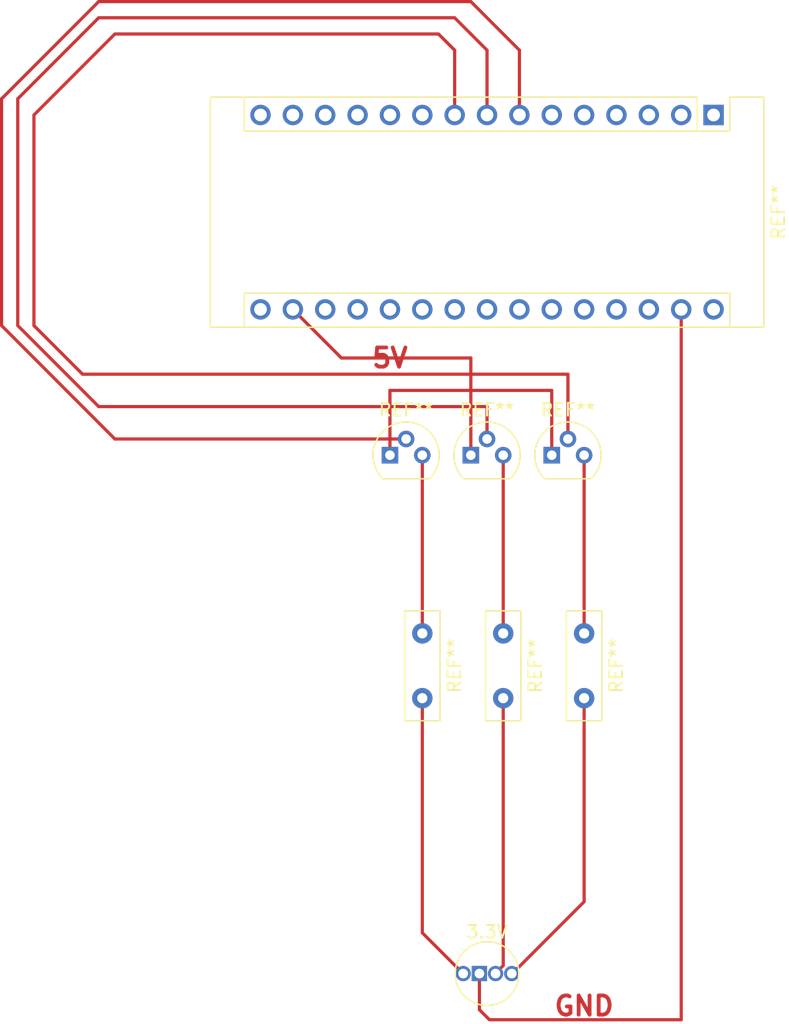
<source format=kicad_pcb>
(kicad_pcb (version 20171130) (host pcbnew "(5.1.12)-1")

  (general
    (thickness 1.6)
    (drawings 2)
    (tracks 46)
    (zones 0)
    (modules 8)
    (nets 1)
  )

  (page A4)
  (layers
    (0 F.Cu signal)
    (31 B.Cu signal)
    (32 B.Adhes user)
    (33 F.Adhes user)
    (34 B.Paste user)
    (35 F.Paste user)
    (36 B.SilkS user)
    (37 F.SilkS user)
    (38 B.Mask user)
    (39 F.Mask user)
    (40 Dwgs.User user)
    (41 Cmts.User user)
    (42 Eco1.User user)
    (43 Eco2.User user)
    (44 Edge.Cuts user)
    (45 Margin user)
    (46 B.CrtYd user)
    (47 F.CrtYd user)
    (48 B.Fab user)
    (49 F.Fab user)
  )

  (setup
    (last_trace_width 0.25)
    (trace_clearance 0.2)
    (zone_clearance 0.508)
    (zone_45_only no)
    (trace_min 0.2)
    (via_size 0.8)
    (via_drill 0.4)
    (via_min_size 0.4)
    (via_min_drill 0.3)
    (uvia_size 0.3)
    (uvia_drill 0.1)
    (uvias_allowed no)
    (uvia_min_size 0.2)
    (uvia_min_drill 0.1)
    (edge_width 0.05)
    (segment_width 0.2)
    (pcb_text_width 0.3)
    (pcb_text_size 1.5 1.5)
    (mod_edge_width 0.12)
    (mod_text_size 1 1)
    (mod_text_width 0.15)
    (pad_size 1.524 1.524)
    (pad_drill 0.762)
    (pad_to_mask_clearance 0)
    (aux_axis_origin 0 0)
    (visible_elements 7FFFFFFF)
    (pcbplotparams
      (layerselection 0x010fc_ffffffff)
      (usegerberextensions false)
      (usegerberattributes true)
      (usegerberadvancedattributes true)
      (creategerberjobfile true)
      (excludeedgelayer true)
      (linewidth 0.100000)
      (plotframeref false)
      (viasonmask false)
      (mode 1)
      (useauxorigin false)
      (hpglpennumber 1)
      (hpglpenspeed 20)
      (hpglpendiameter 15.000000)
      (psnegative false)
      (psa4output false)
      (plotreference true)
      (plotvalue true)
      (plotinvisibletext false)
      (padsonsilk false)
      (subtractmaskfromsilk false)
      (outputformat 1)
      (mirror false)
      (drillshape 1)
      (scaleselection 1)
      (outputdirectory ""))
  )

  (net 0 "")

  (net_class Default "This is the default net class."
    (clearance 0.2)
    (trace_width 0.25)
    (via_dia 0.8)
    (via_drill 0.4)
    (uvia_dia 0.3)
    (uvia_drill 0.1)
  )

  (module Module:Arduino_Nano_WithMountingHoles (layer F.Cu) (tedit 58ACAF99) (tstamp 61CBE547)
    (at 259.08 86.36 270)
    (descr "Arduino Nano, http://www.mouser.com/pdfdocs/Gravitech_Arduino_Nano3_0.pdf")
    (tags "Arduino Nano")
    (fp_text reference REF** (at 7.62 -5.08 90) (layer F.SilkS)
      (effects (font (size 1 1) (thickness 0.15)))
    )
    (fp_text value Arduino_Nano_WithMountingHoles (at 8.89 15.24) (layer F.Fab)
      (effects (font (size 1 1) (thickness 0.15)))
    )
    (fp_text user %R (at 6.35 16.51) (layer F.Fab)
      (effects (font (size 1 1) (thickness 0.15)))
    )
    (fp_line (start 1.27 1.27) (end 1.27 -1.27) (layer F.SilkS) (width 0.12))
    (fp_line (start 1.27 -1.27) (end -1.4 -1.27) (layer F.SilkS) (width 0.12))
    (fp_line (start -1.4 1.27) (end -1.4 39.5) (layer F.SilkS) (width 0.12))
    (fp_line (start -1.4 -3.94) (end -1.4 -1.27) (layer F.SilkS) (width 0.12))
    (fp_line (start 13.97 -1.27) (end 16.64 -1.27) (layer F.SilkS) (width 0.12))
    (fp_line (start 13.97 -1.27) (end 13.97 36.83) (layer F.SilkS) (width 0.12))
    (fp_line (start 13.97 36.83) (end 16.64 36.83) (layer F.SilkS) (width 0.12))
    (fp_line (start 1.27 1.27) (end -1.4 1.27) (layer F.SilkS) (width 0.12))
    (fp_line (start 1.27 1.27) (end 1.27 36.83) (layer F.SilkS) (width 0.12))
    (fp_line (start 1.27 36.83) (end -1.4 36.83) (layer F.SilkS) (width 0.12))
    (fp_line (start 3.81 31.75) (end 11.43 31.75) (layer F.Fab) (width 0.1))
    (fp_line (start 11.43 31.75) (end 11.43 41.91) (layer F.Fab) (width 0.1))
    (fp_line (start 11.43 41.91) (end 3.81 41.91) (layer F.Fab) (width 0.1))
    (fp_line (start 3.81 41.91) (end 3.81 31.75) (layer F.Fab) (width 0.1))
    (fp_line (start -1.4 39.5) (end 16.64 39.5) (layer F.SilkS) (width 0.12))
    (fp_line (start 16.64 39.5) (end 16.64 -3.94) (layer F.SilkS) (width 0.12))
    (fp_line (start 16.64 -3.94) (end -1.4 -3.94) (layer F.SilkS) (width 0.12))
    (fp_line (start 16.51 39.37) (end -1.27 39.37) (layer F.Fab) (width 0.1))
    (fp_line (start -1.27 39.37) (end -1.27 -2.54) (layer F.Fab) (width 0.1))
    (fp_line (start -1.27 -2.54) (end 0 -3.81) (layer F.Fab) (width 0.1))
    (fp_line (start 0 -3.81) (end 16.51 -3.81) (layer F.Fab) (width 0.1))
    (fp_line (start 16.51 -3.81) (end 16.51 39.37) (layer F.Fab) (width 0.1))
    (fp_line (start -1.53 -4.06) (end 16.75 -4.06) (layer F.CrtYd) (width 0.05))
    (fp_line (start -1.53 -4.06) (end -1.53 42.16) (layer F.CrtYd) (width 0.05))
    (fp_line (start 16.75 42.16) (end 16.75 -4.06) (layer F.CrtYd) (width 0.05))
    (fp_line (start 16.75 42.16) (end -1.53 42.16) (layer F.CrtYd) (width 0.05))
    (pad "" np_thru_hole circle (at 0 38.1 270) (size 1.78 1.78) (drill 1.78) (layers *.Cu *.Mask))
    (pad "" np_thru_hole circle (at 15.24 38.1 270) (size 1.78 1.78) (drill 1.78) (layers *.Cu *.Mask))
    (pad "" np_thru_hole circle (at 15.24 -2.54 270) (size 1.78 1.78) (drill 1.78) (layers *.Cu *.Mask))
    (pad "" np_thru_hole circle (at 0 -2.54 270) (size 1.78 1.78) (drill 1.78) (layers *.Cu *.Mask))
    (pad 16 thru_hole oval (at 15.24 35.56 270) (size 1.6 1.6) (drill 1) (layers *.Cu *.Mask))
    (pad 15 thru_hole oval (at 0 35.56 270) (size 1.6 1.6) (drill 1) (layers *.Cu *.Mask))
    (pad 30 thru_hole oval (at 15.24 0 270) (size 1.6 1.6) (drill 1) (layers *.Cu *.Mask))
    (pad 14 thru_hole oval (at 0 33.02 270) (size 1.6 1.6) (drill 1) (layers *.Cu *.Mask))
    (pad 29 thru_hole oval (at 15.24 2.54 270) (size 1.6 1.6) (drill 1) (layers *.Cu *.Mask))
    (pad 13 thru_hole oval (at 0 30.48 270) (size 1.6 1.6) (drill 1) (layers *.Cu *.Mask))
    (pad 28 thru_hole oval (at 15.24 5.08 270) (size 1.6 1.6) (drill 1) (layers *.Cu *.Mask))
    (pad 12 thru_hole oval (at 0 27.94 270) (size 1.6 1.6) (drill 1) (layers *.Cu *.Mask))
    (pad 27 thru_hole oval (at 15.24 7.62 270) (size 1.6 1.6) (drill 1) (layers *.Cu *.Mask))
    (pad 11 thru_hole oval (at 0 25.4 270) (size 1.6 1.6) (drill 1) (layers *.Cu *.Mask))
    (pad 26 thru_hole oval (at 15.24 10.16 270) (size 1.6 1.6) (drill 1) (layers *.Cu *.Mask))
    (pad 10 thru_hole oval (at 0 22.86 270) (size 1.6 1.6) (drill 1) (layers *.Cu *.Mask))
    (pad 25 thru_hole oval (at 15.24 12.7 270) (size 1.6 1.6) (drill 1) (layers *.Cu *.Mask))
    (pad 9 thru_hole oval (at 0 20.32 270) (size 1.6 1.6) (drill 1) (layers *.Cu *.Mask))
    (pad 24 thru_hole oval (at 15.24 15.24 270) (size 1.6 1.6) (drill 1) (layers *.Cu *.Mask))
    (pad 8 thru_hole oval (at 0 17.78 270) (size 1.6 1.6) (drill 1) (layers *.Cu *.Mask))
    (pad 23 thru_hole oval (at 15.24 17.78 270) (size 1.6 1.6) (drill 1) (layers *.Cu *.Mask))
    (pad 7 thru_hole oval (at 0 15.24 270) (size 1.6 1.6) (drill 1) (layers *.Cu *.Mask))
    (pad 22 thru_hole oval (at 15.24 20.32 270) (size 1.6 1.6) (drill 1) (layers *.Cu *.Mask))
    (pad 6 thru_hole oval (at 0 12.7 270) (size 1.6 1.6) (drill 1) (layers *.Cu *.Mask))
    (pad 21 thru_hole oval (at 15.24 22.86 270) (size 1.6 1.6) (drill 1) (layers *.Cu *.Mask))
    (pad 5 thru_hole oval (at 0 10.16 270) (size 1.6 1.6) (drill 1) (layers *.Cu *.Mask))
    (pad 20 thru_hole oval (at 15.24 25.4 270) (size 1.6 1.6) (drill 1) (layers *.Cu *.Mask))
    (pad 4 thru_hole oval (at 0 7.62 270) (size 1.6 1.6) (drill 1) (layers *.Cu *.Mask))
    (pad 19 thru_hole oval (at 15.24 27.94 270) (size 1.6 1.6) (drill 1) (layers *.Cu *.Mask))
    (pad 3 thru_hole oval (at 0 5.08 270) (size 1.6 1.6) (drill 1) (layers *.Cu *.Mask))
    (pad 18 thru_hole oval (at 15.24 30.48 270) (size 1.6 1.6) (drill 1) (layers *.Cu *.Mask))
    (pad 2 thru_hole oval (at 0 2.54 270) (size 1.6 1.6) (drill 1) (layers *.Cu *.Mask))
    (pad 17 thru_hole oval (at 15.24 33.02 270) (size 1.6 1.6) (drill 1) (layers *.Cu *.Mask))
    (pad 1 thru_hole rect (at 0 0 270) (size 1.6 1.6) (drill 1) (layers *.Cu *.Mask))
    (model ${KISYS3DMOD}/Module.3dshapes/Arduino_Nano_WithMountingHoles.wrl
      (at (xyz 0 0 0))
      (scale (xyz 1 1 1))
      (rotate (xyz 0 0 0))
    )
  )

  (module Resistor_THT:R_Box_L8.4mm_W2.5mm_P5.08mm (layer F.Cu) (tedit 5AE5139B) (tstamp 61CBD170)
    (at 248.92 127 270)
    (descr "Resistor, Box series, Radial, pin pitch=5.08mm, 0.5W = 1/2W, length*width=8.38*2.54mm^2, http://www.vishay.com/docs/60051/cns020.pdf")
    (tags "Resistor Box series Radial pin pitch 5.08mm 0.5W = 1/2W length 8.38mm width 2.54mm")
    (fp_text reference REF** (at 2.54 -2.52 90) (layer F.SilkS)
      (effects (font (size 1 1) (thickness 0.15)))
    )
    (fp_text value R_Box_L8.4mm_W2.5mm_P5.08mm (at 2.54 2.52 90) (layer F.Fab)
      (effects (font (size 1 1) (thickness 0.15)))
    )
    (fp_line (start -1.65 -1.27) (end -1.65 1.27) (layer F.Fab) (width 0.1))
    (fp_line (start -1.65 1.27) (end 6.73 1.27) (layer F.Fab) (width 0.1))
    (fp_line (start 6.73 1.27) (end 6.73 -1.27) (layer F.Fab) (width 0.1))
    (fp_line (start 6.73 -1.27) (end -1.65 -1.27) (layer F.Fab) (width 0.1))
    (fp_line (start -1.77 -1.39) (end 6.85 -1.39) (layer F.SilkS) (width 0.12))
    (fp_line (start -1.77 1.39) (end 6.85 1.39) (layer F.SilkS) (width 0.12))
    (fp_line (start -1.77 -1.39) (end -1.77 1.39) (layer F.SilkS) (width 0.12))
    (fp_line (start 6.85 -1.39) (end 6.85 1.39) (layer F.SilkS) (width 0.12))
    (fp_line (start -1.91 -1.52) (end -1.91 1.52) (layer F.CrtYd) (width 0.05))
    (fp_line (start -1.91 1.52) (end 6.98 1.52) (layer F.CrtYd) (width 0.05))
    (fp_line (start 6.98 1.52) (end 6.98 -1.52) (layer F.CrtYd) (width 0.05))
    (fp_line (start 6.98 -1.52) (end -1.91 -1.52) (layer F.CrtYd) (width 0.05))
    (fp_text user %R (at 2.54 0 90) (layer F.Fab)
      (effects (font (size 1 1) (thickness 0.15)))
    )
    (pad 1 thru_hole circle (at 0 0 270) (size 1.6 1.6) (drill 0.8) (layers *.Cu *.Mask))
    (pad 2 thru_hole circle (at 5.08 0 270) (size 1.6 1.6) (drill 0.8) (layers *.Cu *.Mask))
    (model ${KISYS3DMOD}/Resistor_THT.3dshapes/R_Box_L8.4mm_W2.5mm_P5.08mm.wrl
      (at (xyz 0 0 0))
      (scale (xyz 1 1 1))
      (rotate (xyz 0 0 0))
    )
  )

  (module Resistor_THT:R_Box_L8.4mm_W2.5mm_P5.08mm (layer F.Cu) (tedit 5AE5139B) (tstamp 61CBD170)
    (at 242.57 127 270)
    (descr "Resistor, Box series, Radial, pin pitch=5.08mm, 0.5W = 1/2W, length*width=8.38*2.54mm^2, http://www.vishay.com/docs/60051/cns020.pdf")
    (tags "Resistor Box series Radial pin pitch 5.08mm 0.5W = 1/2W length 8.38mm width 2.54mm")
    (fp_text reference REF** (at 2.54 -2.52 90) (layer F.SilkS)
      (effects (font (size 1 1) (thickness 0.15)))
    )
    (fp_text value R_Box_L8.4mm_W2.5mm_P5.08mm (at 2.54 2.52 90) (layer F.Fab)
      (effects (font (size 1 1) (thickness 0.15)))
    )
    (fp_line (start -1.65 -1.27) (end -1.65 1.27) (layer F.Fab) (width 0.1))
    (fp_line (start -1.65 1.27) (end 6.73 1.27) (layer F.Fab) (width 0.1))
    (fp_line (start 6.73 1.27) (end 6.73 -1.27) (layer F.Fab) (width 0.1))
    (fp_line (start 6.73 -1.27) (end -1.65 -1.27) (layer F.Fab) (width 0.1))
    (fp_line (start -1.77 -1.39) (end 6.85 -1.39) (layer F.SilkS) (width 0.12))
    (fp_line (start -1.77 1.39) (end 6.85 1.39) (layer F.SilkS) (width 0.12))
    (fp_line (start -1.77 -1.39) (end -1.77 1.39) (layer F.SilkS) (width 0.12))
    (fp_line (start 6.85 -1.39) (end 6.85 1.39) (layer F.SilkS) (width 0.12))
    (fp_line (start -1.91 -1.52) (end -1.91 1.52) (layer F.CrtYd) (width 0.05))
    (fp_line (start -1.91 1.52) (end 6.98 1.52) (layer F.CrtYd) (width 0.05))
    (fp_line (start 6.98 1.52) (end 6.98 -1.52) (layer F.CrtYd) (width 0.05))
    (fp_line (start 6.98 -1.52) (end -1.91 -1.52) (layer F.CrtYd) (width 0.05))
    (fp_text user %R (at 2.54 0 90) (layer F.Fab)
      (effects (font (size 1 1) (thickness 0.15)))
    )
    (pad 1 thru_hole circle (at 0 0 270) (size 1.6 1.6) (drill 0.8) (layers *.Cu *.Mask))
    (pad 2 thru_hole circle (at 5.08 0 270) (size 1.6 1.6) (drill 0.8) (layers *.Cu *.Mask))
    (model ${KISYS3DMOD}/Resistor_THT.3dshapes/R_Box_L8.4mm_W2.5mm_P5.08mm.wrl
      (at (xyz 0 0 0))
      (scale (xyz 1 1 1))
      (rotate (xyz 0 0 0))
    )
  )

  (module Resistor_THT:R_Box_L8.4mm_W2.5mm_P5.08mm (layer F.Cu) (tedit 5AE5139B) (tstamp 61CBD170)
    (at 236.22 127 270)
    (descr "Resistor, Box series, Radial, pin pitch=5.08mm, 0.5W = 1/2W, length*width=8.38*2.54mm^2, http://www.vishay.com/docs/60051/cns020.pdf")
    (tags "Resistor Box series Radial pin pitch 5.08mm 0.5W = 1/2W length 8.38mm width 2.54mm")
    (fp_text reference REF** (at 2.54 -2.52 90) (layer F.SilkS)
      (effects (font (size 1 1) (thickness 0.15)))
    )
    (fp_text value R_Box_L8.4mm_W2.5mm_P5.08mm (at 2.54 2.52 90) (layer F.Fab)
      (effects (font (size 1 1) (thickness 0.15)))
    )
    (fp_line (start -1.65 -1.27) (end -1.65 1.27) (layer F.Fab) (width 0.1))
    (fp_line (start -1.65 1.27) (end 6.73 1.27) (layer F.Fab) (width 0.1))
    (fp_line (start 6.73 1.27) (end 6.73 -1.27) (layer F.Fab) (width 0.1))
    (fp_line (start 6.73 -1.27) (end -1.65 -1.27) (layer F.Fab) (width 0.1))
    (fp_line (start -1.77 -1.39) (end 6.85 -1.39) (layer F.SilkS) (width 0.12))
    (fp_line (start -1.77 1.39) (end 6.85 1.39) (layer F.SilkS) (width 0.12))
    (fp_line (start -1.77 -1.39) (end -1.77 1.39) (layer F.SilkS) (width 0.12))
    (fp_line (start 6.85 -1.39) (end 6.85 1.39) (layer F.SilkS) (width 0.12))
    (fp_line (start -1.91 -1.52) (end -1.91 1.52) (layer F.CrtYd) (width 0.05))
    (fp_line (start -1.91 1.52) (end 6.98 1.52) (layer F.CrtYd) (width 0.05))
    (fp_line (start 6.98 1.52) (end 6.98 -1.52) (layer F.CrtYd) (width 0.05))
    (fp_line (start 6.98 -1.52) (end -1.91 -1.52) (layer F.CrtYd) (width 0.05))
    (fp_text user %R (at 2.54 0 90) (layer F.Fab)
      (effects (font (size 1 1) (thickness 0.15)))
    )
    (pad 1 thru_hole circle (at 0 0 270) (size 1.6 1.6) (drill 0.8) (layers *.Cu *.Mask))
    (pad 2 thru_hole circle (at 5.08 0 270) (size 1.6 1.6) (drill 0.8) (layers *.Cu *.Mask))
    (model ${KISYS3DMOD}/Resistor_THT.3dshapes/R_Box_L8.4mm_W2.5mm_P5.08mm.wrl
      (at (xyz 0 0 0))
      (scale (xyz 1 1 1))
      (rotate (xyz 0 0 0))
    )
  )

  (module Package_TO_SOT_THT:TO-92 (layer F.Cu) (tedit 5A279852) (tstamp 61CBC9DF)
    (at 246.38 113.03)
    (descr "TO-92 leads molded, narrow, drill 0.75mm (see NXP sot054_po.pdf)")
    (tags "to-92 sc-43 sc-43a sot54 PA33 transistor")
    (fp_text reference REF** (at 1.27 -3.56) (layer F.SilkS)
      (effects (font (size 1 1) (thickness 0.15)))
    )
    (fp_text value TO-92 (at 1.27 2.79) (layer F.Fab)
      (effects (font (size 1 1) (thickness 0.15)))
    )
    (fp_line (start 4 2.01) (end -1.46 2.01) (layer F.CrtYd) (width 0.05))
    (fp_line (start 4 2.01) (end 4 -2.73) (layer F.CrtYd) (width 0.05))
    (fp_line (start -1.46 -2.73) (end -1.46 2.01) (layer F.CrtYd) (width 0.05))
    (fp_line (start -1.46 -2.73) (end 4 -2.73) (layer F.CrtYd) (width 0.05))
    (fp_line (start -0.5 1.75) (end 3 1.75) (layer F.Fab) (width 0.1))
    (fp_line (start -0.53 1.85) (end 3.07 1.85) (layer F.SilkS) (width 0.12))
    (fp_text user %R (at 1.27 0) (layer F.Fab)
      (effects (font (size 1 1) (thickness 0.15)))
    )
    (fp_arc (start 1.27 0) (end 1.27 -2.48) (angle 135) (layer F.Fab) (width 0.1))
    (fp_arc (start 1.27 0) (end 1.27 -2.6) (angle -135) (layer F.SilkS) (width 0.12))
    (fp_arc (start 1.27 0) (end 1.27 -2.48) (angle -135) (layer F.Fab) (width 0.1))
    (fp_arc (start 1.27 0) (end 1.27 -2.6) (angle 135) (layer F.SilkS) (width 0.12))
    (pad 2 thru_hole circle (at 1.27 -1.27) (size 1.3 1.3) (drill 0.75) (layers *.Cu *.Mask))
    (pad 3 thru_hole circle (at 2.54 0) (size 1.3 1.3) (drill 0.75) (layers *.Cu *.Mask))
    (pad 1 thru_hole rect (at 0 0) (size 1.3 1.3) (drill 0.75) (layers *.Cu *.Mask))
    (model ${KISYS3DMOD}/Package_TO_SOT_THT.3dshapes/TO-92.wrl
      (at (xyz 0 0 0))
      (scale (xyz 1 1 1))
      (rotate (xyz 0 0 0))
    )
  )

  (module Package_TO_SOT_THT:TO-92 (layer F.Cu) (tedit 5A279852) (tstamp 61CBC9DF)
    (at 240.03 113.03)
    (descr "TO-92 leads molded, narrow, drill 0.75mm (see NXP sot054_po.pdf)")
    (tags "to-92 sc-43 sc-43a sot54 PA33 transistor")
    (fp_text reference REF** (at 1.27 -3.56) (layer F.SilkS)
      (effects (font (size 1 1) (thickness 0.15)))
    )
    (fp_text value TO-92 (at 1.27 2.79) (layer F.Fab)
      (effects (font (size 1 1) (thickness 0.15)))
    )
    (fp_line (start 4 2.01) (end -1.46 2.01) (layer F.CrtYd) (width 0.05))
    (fp_line (start 4 2.01) (end 4 -2.73) (layer F.CrtYd) (width 0.05))
    (fp_line (start -1.46 -2.73) (end -1.46 2.01) (layer F.CrtYd) (width 0.05))
    (fp_line (start -1.46 -2.73) (end 4 -2.73) (layer F.CrtYd) (width 0.05))
    (fp_line (start -0.5 1.75) (end 3 1.75) (layer F.Fab) (width 0.1))
    (fp_line (start -0.53 1.85) (end 3.07 1.85) (layer F.SilkS) (width 0.12))
    (fp_text user %R (at 1.27 0) (layer F.Fab)
      (effects (font (size 1 1) (thickness 0.15)))
    )
    (fp_arc (start 1.27 0) (end 1.27 -2.48) (angle 135) (layer F.Fab) (width 0.1))
    (fp_arc (start 1.27 0) (end 1.27 -2.6) (angle -135) (layer F.SilkS) (width 0.12))
    (fp_arc (start 1.27 0) (end 1.27 -2.48) (angle -135) (layer F.Fab) (width 0.1))
    (fp_arc (start 1.27 0) (end 1.27 -2.6) (angle 135) (layer F.SilkS) (width 0.12))
    (pad 2 thru_hole circle (at 1.27 -1.27) (size 1.3 1.3) (drill 0.75) (layers *.Cu *.Mask))
    (pad 3 thru_hole circle (at 2.54 0) (size 1.3 1.3) (drill 0.75) (layers *.Cu *.Mask))
    (pad 1 thru_hole rect (at 0 0) (size 1.3 1.3) (drill 0.75) (layers *.Cu *.Mask))
    (model ${KISYS3DMOD}/Package_TO_SOT_THT.3dshapes/TO-92.wrl
      (at (xyz 0 0 0))
      (scale (xyz 1 1 1))
      (rotate (xyz 0 0 0))
    )
  )

  (module RGB_Simple_circuit:LED_Generic_CRGB (layer F.Cu) (tedit 61CB8126) (tstamp 61CBC960)
    (at 241.3 149.9)
    (fp_text reference 3.3V (at 0 0.5) (layer F.SilkS)
      (effects (font (size 1 1) (thickness 0.15)))
    )
    (fp_text value LED_Generic_CRGB (at 0 -0.5) (layer F.Fab)
      (effects (font (size 1 1) (thickness 0.15)))
    )
    (fp_circle (center 0 3.77) (end 2.5 3.77) (layer F.SilkS) (width 0.12))
    (pad 1 thru_hole rect (at -0.6 3.77) (size 1.2 1.2) (drill 0.762) (layers *.Cu *.Mask))
    (pad 2 thru_hole circle (at -1.87 3.77) (size 1.2 1.2) (drill 0.762) (layers *.Cu *.Mask))
    (pad 3 thru_hole circle (at 0.67 3.77) (size 1.2 1.2) (drill 0.762) (layers *.Cu *.Mask))
    (pad 4 thru_hole circle (at 1.94 3.77) (size 1.2 1.2) (drill 0.762) (layers *.Cu *.Mask))
  )

  (module Package_TO_SOT_THT:TO-92 (layer F.Cu) (tedit 5A279852) (tstamp 61CBC4DF)
    (at 233.68 113.03)
    (descr "TO-92 leads molded, narrow, drill 0.75mm (see NXP sot054_po.pdf)")
    (tags "to-92 sc-43 sc-43a sot54 PA33 transistor")
    (fp_text reference REF** (at 1.27 -3.56) (layer F.SilkS)
      (effects (font (size 1 1) (thickness 0.15)))
    )
    (fp_text value TO-92 (at 1.27 2.79) (layer F.Fab)
      (effects (font (size 1 1) (thickness 0.15)))
    )
    (fp_line (start 4 2.01) (end -1.46 2.01) (layer F.CrtYd) (width 0.05))
    (fp_line (start 4 2.01) (end 4 -2.73) (layer F.CrtYd) (width 0.05))
    (fp_line (start -1.46 -2.73) (end -1.46 2.01) (layer F.CrtYd) (width 0.05))
    (fp_line (start -1.46 -2.73) (end 4 -2.73) (layer F.CrtYd) (width 0.05))
    (fp_line (start -0.5 1.75) (end 3 1.75) (layer F.Fab) (width 0.1))
    (fp_line (start -0.53 1.85) (end 3.07 1.85) (layer F.SilkS) (width 0.12))
    (fp_arc (start 1.27 0) (end 1.27 -2.6) (angle 135) (layer F.SilkS) (width 0.12))
    (fp_arc (start 1.27 0) (end 1.27 -2.48) (angle -135) (layer F.Fab) (width 0.1))
    (fp_arc (start 1.27 0) (end 1.27 -2.6) (angle -135) (layer F.SilkS) (width 0.12))
    (fp_arc (start 1.27 0) (end 1.27 -2.48) (angle 135) (layer F.Fab) (width 0.1))
    (fp_text user %R (at 1.27 0) (layer F.Fab)
      (effects (font (size 1 1) (thickness 0.15)))
    )
    (pad 1 thru_hole rect (at 0 0) (size 1.3 1.3) (drill 0.75) (layers *.Cu *.Mask))
    (pad 3 thru_hole circle (at 2.54 0) (size 1.3 1.3) (drill 0.75) (layers *.Cu *.Mask))
    (pad 2 thru_hole circle (at 1.27 -1.27) (size 1.3 1.3) (drill 0.75) (layers *.Cu *.Mask))
    (model ${KISYS3DMOD}/Package_TO_SOT_THT.3dshapes/TO-92.wrl
      (at (xyz 0 0 0))
      (scale (xyz 1 1 1))
      (rotate (xyz 0 0 0))
    )
  )

  (gr_text 5V (at 233.68 105.41) (layer F.Cu)
    (effects (font (size 1.5 1.5) (thickness 0.3)))
  )
  (gr_text GND (at 248.92 156.21) (layer F.Cu)
    (effects (font (size 1.5 1.5) (thickness 0.3)))
  )

  (segment (start 233.68 107.95) (end 246.38 107.95) (width 0.25) (layer F.Cu) (net 0))
  (segment (start 233.68 107.95) (end 233.68 113.03) (width 0.25) (layer F.Cu) (net 0))
  (segment (start 240.03 113.03) (end 240.03 107.95) (width 0.25) (layer F.Cu) (net 0))
  (segment (start 246.38 113.03) (end 246.38 107.95) (width 0.25) (layer F.Cu) (net 0))
  (segment (start 248.92 113.03) (end 248.92 127) (width 0.25) (layer F.Cu) (net 0))
  (segment (start 242.57 113.03) (end 242.57 127) (width 0.25) (layer F.Cu) (net 0))
  (segment (start 236.22 113.03) (end 236.22 127) (width 0.25) (layer F.Cu) (net 0))
  (segment (start 236.22 132.08) (end 236.22 150.47522) (width 0.25) (layer F.Cu) (net 0))
  (segment (start 236.22 150.47522) (end 239.217225 153.472445) (width 0.25) (layer F.Cu) (net 0))
  (segment (start 242.57 132.08) (end 242.57 153.043476) (width 0.25) (layer F.Cu) (net 0))
  (segment (start 242.57 153.043476) (end 241.982987 153.630489) (width 0.25) (layer F.Cu) (net 0))
  (segment (start 248.92 132.08) (end 248.92 148.036846) (width 0.25) (layer F.Cu) (net 0))
  (segment (start 248.92 148.036846) (end 243.247336 153.70951) (width 0.25) (layer F.Cu) (net 0))
  (segment (start 240.03 107.95) (end 240.03 105.41) (width 0.25) (layer F.Cu) (net 0))
  (segment (start 240.03 105.41) (end 229.87 105.41) (width 0.25) (layer F.Cu) (net 0))
  (segment (start 229.87 105.41) (end 226.06 101.6) (width 0.25) (layer F.Cu) (net 0))
  (segment (start 256.54 157.290961) (end 256.54 101.6) (width 0.25) (layer F.Cu) (net 0))
  (segment (start 234.95 111.76) (end 212.09 111.76) (width 0.25) (layer F.Cu) (net 0))
  (segment (start 212.09 111.76) (end 203.2 102.87) (width 0.25) (layer F.Cu) (net 0))
  (segment (start 241.3 111.76) (end 241.3 109.22) (width 0.25) (layer F.Cu) (net 0))
  (segment (start 241.3 109.22) (end 210.82 109.22) (width 0.25) (layer F.Cu) (net 0))
  (segment (start 210.82 109.22) (end 204.47 102.87) (width 0.25) (layer F.Cu) (net 0))
  (segment (start 247.65 111.76) (end 247.65 106.68) (width 0.25) (layer F.Cu) (net 0))
  (segment (start 247.65 106.68) (end 209.55 106.68) (width 0.25) (layer F.Cu) (net 0))
  (segment (start 209.55 106.68) (end 205.74 102.87) (width 0.25) (layer F.Cu) (net 0))
  (segment (start 205.74 102.87) (end 205.74 86.36) (width 0.25) (layer F.Cu) (net 0))
  (segment (start 205.74 86.36) (end 212.09 80.01) (width 0.25) (layer F.Cu) (net 0))
  (segment (start 212.09 80.01) (end 236.22 80.01) (width 0.25) (layer F.Cu) (net 0))
  (segment (start 236.22 80.01) (end 237.49 80.01) (width 0.25) (layer F.Cu) (net 0))
  (segment (start 237.49 80.01) (end 238.76 81.28) (width 0.25) (layer F.Cu) (net 0))
  (segment (start 238.76 81.28) (end 238.76 86.36) (width 0.25) (layer F.Cu) (net 0))
  (segment (start 204.47 102.87) (end 204.47 85.09) (width 0.25) (layer F.Cu) (net 0))
  (segment (start 204.47 85.09) (end 210.82 78.74) (width 0.25) (layer F.Cu) (net 0))
  (segment (start 210.82 78.74) (end 238.76 78.74) (width 0.25) (layer F.Cu) (net 0))
  (segment (start 238.76 78.74) (end 240.03 80.01) (width 0.25) (layer F.Cu) (net 0))
  (segment (start 240.03 80.01) (end 241.3 81.28) (width 0.25) (layer F.Cu) (net 0))
  (segment (start 241.3 81.28) (end 241.3 86.36) (width 0.25) (layer F.Cu) (net 0))
  (segment (start 203.2 102.87) (end 203.2 85.09) (width 0.25) (layer F.Cu) (net 0))
  (segment (start 203.2 85.09) (end 210.82 77.47) (width 0.25) (layer F.Cu) (net 0))
  (segment (start 210.82 77.47) (end 240.03 77.47) (width 0.25) (layer F.Cu) (net 0))
  (segment (start 240.03 77.47) (end 242.57 80.01) (width 0.25) (layer F.Cu) (net 0))
  (segment (start 242.57 80.01) (end 243.84 81.28) (width 0.25) (layer F.Cu) (net 0))
  (segment (start 243.84 81.28) (end 243.84 86.36) (width 0.25) (layer F.Cu) (net 0))
  (segment (start 256.54 157.290961) (end 241.489039 157.290961) (width 0.25) (layer F.Cu) (net 0))
  (segment (start 241.489039 157.290961) (end 240.703324 156.505246) (width 0.25) (layer F.Cu) (net 0))
  (segment (start 240.703324 156.505246) (end 240.703324 153.766558) (width 0.25) (layer F.Cu) (net 0))

)

</source>
